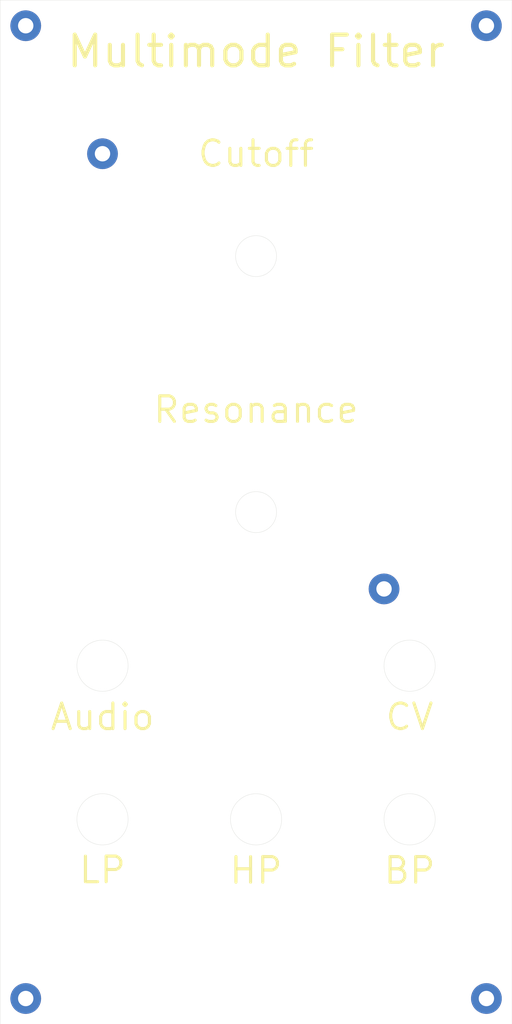
<source format=kicad_pcb>
(kicad_pcb (version 20171130) (host pcbnew "(5.1.6-0-10_14)")

  (general
    (thickness 1.6)
    (drawings 23)
    (tracks 0)
    (zones 0)
    (modules 6)
    (nets 1)
  )

  (page A3)
  (layers
    (0 F.Cu signal)
    (31 B.Cu signal)
    (32 B.Adhes user)
    (33 F.Adhes user)
    (34 B.Paste user)
    (35 F.Paste user)
    (36 B.SilkS user)
    (37 F.SilkS user)
    (38 B.Mask user)
    (39 F.Mask user)
    (40 Dwgs.User user hide)
    (41 Cmts.User user)
    (42 Eco1.User user)
    (43 Eco2.User user)
    (44 Edge.Cuts user)
    (45 Margin user)
    (46 B.CrtYd user)
    (47 F.CrtYd user)
    (48 B.Fab user)
    (49 F.Fab user)
  )

  (setup
    (last_trace_width 0.25)
    (trace_clearance 0.2)
    (zone_clearance 0.508)
    (zone_45_only no)
    (trace_min 0.2)
    (via_size 0.8)
    (via_drill 0.4)
    (via_min_size 0.4)
    (via_min_drill 0.3)
    (uvia_size 0.3)
    (uvia_drill 0.1)
    (uvias_allowed no)
    (uvia_min_size 0.2)
    (uvia_min_drill 0.1)
    (edge_width 0.05)
    (segment_width 0.2)
    (pcb_text_width 0.3)
    (pcb_text_size 1.5 1.5)
    (mod_edge_width 0.12)
    (mod_text_size 1 1)
    (mod_text_width 0.15)
    (pad_size 1.524 1.524)
    (pad_drill 0.762)
    (pad_to_mask_clearance 0.05)
    (aux_axis_origin 0 0)
    (visible_elements FFFFFF7F)
    (pcbplotparams
      (layerselection 0x010fc_ffffffff)
      (usegerberextensions false)
      (usegerberattributes true)
      (usegerberadvancedattributes true)
      (creategerberjobfile true)
      (excludeedgelayer true)
      (linewidth 0.100000)
      (plotframeref false)
      (viasonmask false)
      (mode 1)
      (useauxorigin false)
      (hpglpennumber 1)
      (hpglpenspeed 20)
      (hpglpendiameter 15.000000)
      (psnegative false)
      (psa4output false)
      (plotreference true)
      (plotvalue true)
      (plotinvisibletext false)
      (padsonsilk false)
      (subtractmaskfromsilk false)
      (outputformat 1)
      (mirror false)
      (drillshape 0)
      (scaleselection 1)
      (outputdirectory "gerbers/"))
  )

  (net 0 "")

  (net_class Default "This is the default net class."
    (clearance 0.2)
    (trace_width 0.25)
    (via_dia 0.8)
    (via_drill 0.4)
    (uvia_dia 0.3)
    (uvia_drill 0.1)
  )

  (module MountingHole:MountingHole_3mm_Pad (layer F.Cu) (tedit 56D1B4CB) (tstamp 617A9763)
    (at 95 135)
    (descr "Mounting Hole 3mm")
    (tags "mounting hole 3mm")
    (attr virtual)
    (fp_text reference REF** (at 0 -4) (layer F.SilkS) hide
      (effects (font (size 1 1) (thickness 0.15)))
    )
    (fp_text value MountingHole_3mm_Pad (at 0 4) (layer F.Fab) hide
      (effects (font (size 1 1) (thickness 0.15)))
    )
    (fp_text user %R (at 0.3 0) (layer F.Fab)
      (effects (font (size 1 1) (thickness 0.15)))
    )
    (fp_circle (center 0 0) (end 3 0) (layer Cmts.User) (width 0.15))
    (fp_circle (center 0 0) (end 3.25 0) (layer F.CrtYd) (width 0.05))
    (pad 1 thru_hole circle (at 0 0) (size 6 6) (drill 3) (layers *.Cu *.Mask))
  )

  (module MountingHole:MountingHole_3mm_Pad (layer F.Cu) (tedit 56D1B4CB) (tstamp 617A973F)
    (at 40 50)
    (descr "Mounting Hole 3mm")
    (tags "mounting hole 3mm")
    (attr virtual)
    (fp_text reference REF** (at 0 -4) (layer F.SilkS) hide
      (effects (font (size 1 1) (thickness 0.15)))
    )
    (fp_text value MountingHole_3mm_Pad (at 0 4) (layer F.Fab) hide
      (effects (font (size 1 1) (thickness 0.15)))
    )
    (fp_text user %R (at 0.3 0) (layer F.Fab)
      (effects (font (size 1 1) (thickness 0.15)))
    )
    (fp_circle (center 0 0) (end 3 0) (layer Cmts.User) (width 0.15))
    (fp_circle (center 0 0) (end 3.25 0) (layer F.CrtYd) (width 0.05))
    (pad 1 thru_hole circle (at 0 0) (size 6 6) (drill 3) (layers *.Cu *.Mask))
  )

  (module MountingHole:MountingHole_3mm_Pad (layer F.Cu) (tedit 56D1B4CB) (tstamp 617A9420)
    (at 25 215)
    (descr "Mounting Hole 3mm")
    (tags "mounting hole 3mm")
    (attr virtual)
    (fp_text reference REF** (at 0 -4) (layer F.SilkS) hide
      (effects (font (size 1 1) (thickness 0.15)))
    )
    (fp_text value MountingHole_3mm_Pad (at 0 4) (layer F.Fab) hide
      (effects (font (size 1 1) (thickness 0.15)))
    )
    (fp_text user %R (at 0.3 0) (layer F.Fab)
      (effects (font (size 1 1) (thickness 0.15)))
    )
    (fp_circle (center 0 0) (end 3 0) (layer Cmts.User) (width 0.15))
    (fp_circle (center 0 0) (end 3.25 0) (layer F.CrtYd) (width 0.05))
    (pad 1 thru_hole circle (at 0 0) (size 6 6) (drill 3) (layers *.Cu *.Mask))
  )

  (module MountingHole:MountingHole_3mm_Pad (layer F.Cu) (tedit 56D1B4CB) (tstamp 617A93FC)
    (at 115 215)
    (descr "Mounting Hole 3mm")
    (tags "mounting hole 3mm")
    (attr virtual)
    (fp_text reference REF** (at 0 -4) (layer F.SilkS) hide
      (effects (font (size 1 1) (thickness 0.15)))
    )
    (fp_text value MountingHole_3mm_Pad (at 0 4) (layer F.Fab) hide
      (effects (font (size 1 1) (thickness 0.15)))
    )
    (fp_text user %R (at 0.3 0) (layer F.Fab)
      (effects (font (size 1 1) (thickness 0.15)))
    )
    (fp_circle (center 0 0) (end 3 0) (layer Cmts.User) (width 0.15))
    (fp_circle (center 0 0) (end 3.25 0) (layer F.CrtYd) (width 0.05))
    (pad 1 thru_hole circle (at 0 0) (size 6 6) (drill 3) (layers *.Cu *.Mask))
  )

  (module MountingHole:MountingHole_3mm_Pad (layer F.Cu) (tedit 56D1B4CB) (tstamp 617A93D8)
    (at 115 25)
    (descr "Mounting Hole 3mm")
    (tags "mounting hole 3mm")
    (attr virtual)
    (fp_text reference REF** (at 0 -4) (layer F.SilkS) hide
      (effects (font (size 1 1) (thickness 0.15)))
    )
    (fp_text value MountingHole_3mm_Pad (at 0 4) (layer F.Fab) hide
      (effects (font (size 1 1) (thickness 0.15)))
    )
    (fp_text user %R (at 0.3 0) (layer F.Fab)
      (effects (font (size 1 1) (thickness 0.15)))
    )
    (fp_circle (center 0 0) (end 3 0) (layer Cmts.User) (width 0.15))
    (fp_circle (center 0 0) (end 3.25 0) (layer F.CrtYd) (width 0.05))
    (pad 1 thru_hole circle (at 0 0) (size 6 6) (drill 3) (layers *.Cu *.Mask))
  )

  (module MountingHole:MountingHole_3mm_Pad (layer F.Cu) (tedit 56D1B4CB) (tstamp 617A93B4)
    (at 25 25)
    (descr "Mounting Hole 3mm")
    (tags "mounting hole 3mm")
    (attr virtual)
    (fp_text reference REF** (at 0 -4) (layer F.SilkS) hide
      (effects (font (size 1 1) (thickness 0.15)))
    )
    (fp_text value MountingHole_3mm_Pad (at 0 4) (layer F.Fab) hide
      (effects (font (size 1 1) (thickness 0.15)))
    )
    (fp_text user %R (at 0.3 0) (layer F.Fab)
      (effects (font (size 1 1) (thickness 0.15)))
    )
    (fp_circle (center 0 0) (end 3 0) (layer Cmts.User) (width 0.15))
    (fp_circle (center 0 0) (end 3.25 0) (layer F.CrtYd) (width 0.05))
    (pad 1 thru_hole circle (at 0 0) (size 6 6) (drill 3) (layers *.Cu *.Mask))
  )

  (gr_text BP (at 100 190) (layer F.SilkS)
    (effects (font (size 5 5) (thickness 0.6)))
  )
  (gr_text "HP\n" (at 70 190) (layer F.SilkS)
    (effects (font (size 5 5) (thickness 0.6)))
  )
  (gr_text LP (at 40 189.9) (layer F.SilkS)
    (effects (font (size 5 5) (thickness 0.6)))
  )
  (gr_text CV (at 100 160) (layer F.SilkS)
    (effects (font (size 5 5) (thickness 0.6)))
  )
  (gr_text Audio (at 40 160) (layer F.SilkS)
    (effects (font (size 5 5) (thickness 0.6)))
  )
  (gr_circle (center 100 180) (end 105 180) (layer Edge.Cuts) (width 0.05))
  (gr_circle (center 70 180) (end 75 180) (layer Edge.Cuts) (width 0.05))
  (gr_circle (center 40 180) (end 45 180) (layer Edge.Cuts) (width 0.05))
  (gr_circle (center 100 150) (end 105 150) (layer Edge.Cuts) (width 0.05))
  (gr_circle (center 40 150) (end 45 150) (layer Edge.Cuts) (width 0.05))
  (dimension 30 (width 0.15) (layer Dwgs.User)
    (gr_text "30.000 mm" (at 69.6 135 270) (layer Dwgs.User)
      (effects (font (size 1 1) (thickness 0.15)))
    )
    (feature1 (pts (xy 70.9 150) (xy 70.313579 150)))
    (feature2 (pts (xy 70.9 120) (xy 70.313579 120)))
    (crossbar (pts (xy 70.9 120) (xy 70.9 150)))
    (arrow1a (pts (xy 70.9 150) (xy 70.313579 148.873496)))
    (arrow1b (pts (xy 70.9 150) (xy 71.486421 148.873496)))
    (arrow2a (pts (xy 70.9 120) (xy 70.313579 121.126504)))
    (arrow2b (pts (xy 70.9 120) (xy 71.486421 121.126504)))
  )
  (gr_text Resonance (at 70 100) (layer F.SilkS)
    (effects (font (size 5 5) (thickness 0.6)))
  )
  (gr_circle (center 70 120) (end 74 120) (layer Edge.Cuts) (width 0.05))
  (gr_text Cutoff (at 70 50) (layer F.SilkS)
    (effects (font (size 5 5) (thickness 0.6)))
  )
  (gr_circle (center 70 70) (end 74 70) (layer Edge.Cuts) (width 0.05))
  (dimension 50 (width 0.15) (layer Dwgs.User)
    (gr_text "50.000 mm" (at 69.6 45 270) (layer Dwgs.User)
      (effects (font (size 1 1) (thickness 0.15)))
    )
    (feature1 (pts (xy 70.9 70) (xy 70.313579 70)))
    (feature2 (pts (xy 70.9 20) (xy 70.313579 20)))
    (crossbar (pts (xy 70.9 20) (xy 70.9 70)))
    (arrow1a (pts (xy 70.9 70) (xy 70.313579 68.873496)))
    (arrow1b (pts (xy 70.9 70) (xy 71.486421 68.873496)))
    (arrow2a (pts (xy 70.9 20) (xy 70.313579 21.126504)))
    (arrow2b (pts (xy 70.9 20) (xy 71.486421 21.126504)))
  )
  (gr_text "Multimode Filter" (at 70 30) (layer F.SilkS)
    (effects (font (size 6 6) (thickness 0.8)))
  )
  (dimension 100 (width 0.15) (layer Dwgs.User)
    (gr_text "100.000 mm" (at 69.6 70 270) (layer Dwgs.User)
      (effects (font (size 1 1) (thickness 0.15)))
    )
    (feature1 (pts (xy 70.9 120) (xy 70.313579 120)))
    (feature2 (pts (xy 70.9 20) (xy 70.313579 20)))
    (crossbar (pts (xy 70.9 20) (xy 70.9 120)))
    (arrow1a (pts (xy 70.9 120) (xy 70.313579 118.873496)))
    (arrow1b (pts (xy 70.9 120) (xy 71.486421 118.873496)))
    (arrow2a (pts (xy 70.9 20) (xy 70.313579 21.126504)))
    (arrow2b (pts (xy 70.9 20) (xy 71.486421 21.126504)))
  )
  (dimension 50.9 (width 0.15) (layer Dwgs.User)
    (gr_text 50.0 (at 45.45 2.4) (layer Dwgs.User)
      (effects (font (size 1 1) (thickness 0.15)))
    )
    (feature1 (pts (xy 70.9 20) (xy 70.9 3.113579)))
    (feature2 (pts (xy 20 20) (xy 20 3.113579)))
    (crossbar (pts (xy 20 3.7) (xy 70.9 3.7)))
    (arrow1a (pts (xy 70.9 3.7) (xy 69.773496 4.286421)))
    (arrow1b (pts (xy 70.9 3.7) (xy 69.773496 3.113579)))
    (arrow2a (pts (xy 20 3.7) (xy 21.126504 4.286421)))
    (arrow2b (pts (xy 20 3.7) (xy 21.126504 3.113579)))
  )
  (gr_line (start 20 220) (end 20 20) (layer Edge.Cuts) (width 0.05))
  (gr_line (start 120 220) (end 20 220) (layer Edge.Cuts) (width 0.05))
  (gr_line (start 120 20) (end 120 220) (layer Edge.Cuts) (width 0.05))
  (gr_line (start 20 20) (end 120 20) (layer Edge.Cuts) (width 0.05))

)

</source>
